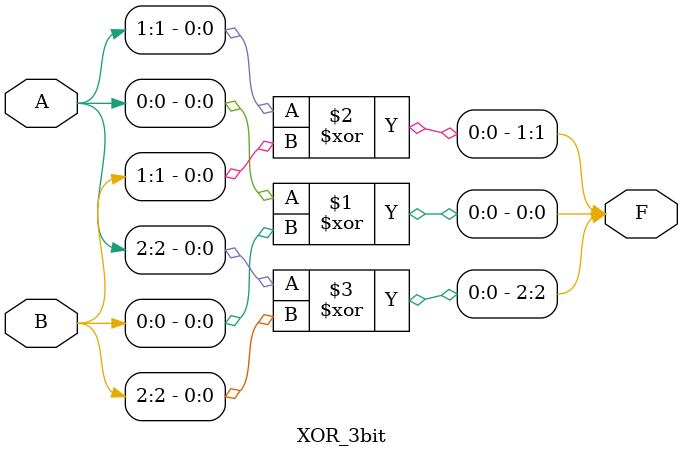
<source format=sv>
module XOR_3bit (
    input  logic [2:0] A,
    input  logic [2:0] B,
    output logic [2:0] F
);
    assign F[0] = A[0] ^ B[0];
    assign F[1] = A[1] ^ B[1];
    assign F[2] = A[2] ^ B[2];
endmodule

</source>
